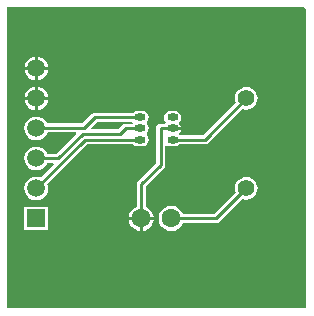
<source format=gtl>
G04*
G04 #@! TF.GenerationSoftware,Altium Limited,Altium Designer,18.1.7 (191)*
G04*
G04 Layer_Physical_Order=1*
G04 Layer_Color=255*
%FSLAX25Y25*%
%MOIN*%
G70*
G01*
G75*
%ADD13C,0.01000*%
%ADD14O,0.03740X0.02362*%
%ADD20C,0.06299*%
%ADD21C,0.05512*%
%ADD22R,0.05906X0.05906*%
%ADD23C,0.05906*%
G36*
X200000Y199606D02*
Y100000D01*
X100394D01*
Y200394D01*
X199213D01*
X200000Y199606D01*
D02*
G37*
%LPC*%
G36*
X110500Y183921D02*
Y180500D01*
X113921D01*
X113851Y181032D01*
X113453Y181993D01*
X112819Y182819D01*
X111993Y183453D01*
X111032Y183851D01*
X110500Y183921D01*
D02*
G37*
G36*
X109500D02*
X108968Y183851D01*
X108007Y183453D01*
X107181Y182819D01*
X106547Y181993D01*
X106149Y181032D01*
X106079Y180500D01*
X109500D01*
Y183921D01*
D02*
G37*
G36*
X113921Y179500D02*
X110500D01*
Y176079D01*
X111032Y176149D01*
X111993Y176547D01*
X112819Y177181D01*
X113453Y178007D01*
X113851Y178968D01*
X113921Y179500D01*
D02*
G37*
G36*
X109500D02*
X106079D01*
X106149Y178968D01*
X106547Y178007D01*
X107181Y177181D01*
X108007Y176547D01*
X108968Y176149D01*
X109500Y176079D01*
Y179500D01*
D02*
G37*
G36*
X110500Y173921D02*
Y170500D01*
X113921D01*
X113851Y171032D01*
X113453Y171993D01*
X112819Y172819D01*
X111993Y173453D01*
X111032Y173851D01*
X110500Y173921D01*
D02*
G37*
G36*
X109500D02*
X108968Y173851D01*
X108007Y173453D01*
X107181Y172819D01*
X106547Y171993D01*
X106149Y171032D01*
X106079Y170500D01*
X109500D01*
Y173921D01*
D02*
G37*
G36*
X180000Y173788D02*
X179019Y173659D01*
X178106Y173281D01*
X177321Y172679D01*
X176719Y171894D01*
X176341Y170981D01*
X176212Y170000D01*
X176341Y169019D01*
X176492Y168655D01*
X165626Y157789D01*
X157704D01*
X157678Y157828D01*
X157604Y157945D01*
Y158315D01*
X157678Y158432D01*
X158157Y159149D01*
X158227Y159500D01*
X155413D01*
Y160500D01*
X158227D01*
X158157Y160851D01*
X157675Y161573D01*
X157604Y161620D01*
Y162120D01*
X157675Y162168D01*
X158157Y162889D01*
X158326Y163740D01*
X158157Y164591D01*
X157675Y165313D01*
X156953Y165795D01*
X156102Y165964D01*
X154724D01*
X153873Y165795D01*
X153152Y165313D01*
X152670Y164591D01*
X152501Y163740D01*
X152670Y162889D01*
X153152Y162168D01*
X152953Y161703D01*
X152788Y161529D01*
X151417D01*
X150832Y161413D01*
X150336Y161081D01*
X150004Y160585D01*
X149888Y160000D01*
Y148507D01*
X143919Y142538D01*
X143587Y142042D01*
X143471Y141457D01*
Y133858D01*
X142907Y133625D01*
X142041Y132959D01*
X141375Y132093D01*
X140957Y131083D01*
X140880Y130500D01*
X145000D01*
X149120D01*
X149043Y131083D01*
X148625Y132093D01*
X147959Y132959D01*
X147093Y133625D01*
X146529Y133858D01*
Y140823D01*
X152499Y146793D01*
X152830Y147289D01*
X152947Y147874D01*
Y154223D01*
X153447Y154490D01*
X153873Y154205D01*
X154724Y154036D01*
X156102D01*
X156953Y154205D01*
X157675Y154687D01*
X157704Y154730D01*
X166260D01*
X166845Y154847D01*
X167341Y155178D01*
X178655Y166492D01*
X179019Y166341D01*
X180000Y166212D01*
X180981Y166341D01*
X181894Y166719D01*
X182679Y167321D01*
X183281Y168106D01*
X183659Y169019D01*
X183788Y170000D01*
X183659Y170981D01*
X183281Y171894D01*
X182679Y172679D01*
X181894Y173281D01*
X180981Y173659D01*
X180000Y173788D01*
D02*
G37*
G36*
X113921Y169500D02*
X110500D01*
Y166079D01*
X111032Y166149D01*
X111993Y166547D01*
X112819Y167181D01*
X113453Y168007D01*
X113851Y168968D01*
X113921Y169500D01*
D02*
G37*
G36*
X109500D02*
X106079D01*
X106149Y168968D01*
X106547Y168007D01*
X107181Y167181D01*
X108007Y166547D01*
X108968Y166149D01*
X109500Y166079D01*
Y169500D01*
D02*
G37*
G36*
X145276Y165964D02*
X143898D01*
X143047Y165795D01*
X142325Y165313D01*
X142296Y165269D01*
X129488D01*
X128903Y165153D01*
X128407Y164822D01*
X125374Y161789D01*
X113537D01*
X113453Y161993D01*
X112819Y162819D01*
X111993Y163453D01*
X111032Y163851D01*
X110000Y163987D01*
X108968Y163851D01*
X108007Y163453D01*
X107181Y162819D01*
X106547Y161993D01*
X106149Y161032D01*
X106013Y160000D01*
X106149Y158968D01*
X106547Y158007D01*
X107181Y157181D01*
X108007Y156547D01*
X108968Y156149D01*
X110000Y156013D01*
X111032Y156149D01*
X111993Y156547D01*
X112819Y157181D01*
X113453Y158007D01*
X113753Y158730D01*
X123086D01*
X123277Y158268D01*
X116538Y151529D01*
X113645D01*
X113453Y151993D01*
X112819Y152819D01*
X111993Y153453D01*
X111032Y153851D01*
X110000Y153987D01*
X108968Y153851D01*
X108007Y153453D01*
X107181Y152819D01*
X106547Y151993D01*
X106149Y151032D01*
X106013Y150000D01*
X106149Y148968D01*
X106547Y148007D01*
X107181Y147181D01*
X108007Y146547D01*
X108968Y146149D01*
X110000Y146013D01*
X111032Y146149D01*
X111993Y146547D01*
X112819Y147181D01*
X113453Y148007D01*
X113645Y148471D01*
X115654D01*
X115846Y148009D01*
X111496Y143659D01*
X111032Y143851D01*
X110000Y143987D01*
X108968Y143851D01*
X108007Y143453D01*
X107181Y142819D01*
X106547Y141993D01*
X106149Y141032D01*
X106013Y140000D01*
X106149Y138968D01*
X106547Y138007D01*
X107181Y137181D01*
X108007Y136547D01*
X108968Y136149D01*
X110000Y136013D01*
X111032Y136149D01*
X111993Y136547D01*
X112819Y137181D01*
X113453Y138007D01*
X113851Y138968D01*
X113987Y140000D01*
X113851Y141032D01*
X113659Y141496D01*
X126893Y154730D01*
X142296D01*
X142325Y154687D01*
X143047Y154205D01*
X143898Y154036D01*
X145276D01*
X146127Y154205D01*
X146848Y154687D01*
X147330Y155409D01*
X147499Y156260D01*
X147330Y157111D01*
X146851Y157828D01*
X146777Y157945D01*
Y158315D01*
X146851Y158432D01*
X147330Y159149D01*
X147499Y160000D01*
X147330Y160851D01*
X146848Y161573D01*
X146777Y161620D01*
Y162120D01*
X146848Y162168D01*
X147330Y162889D01*
X147499Y163740D01*
X147330Y164591D01*
X146848Y165313D01*
X146127Y165795D01*
X145276Y165964D01*
D02*
G37*
G36*
X180000Y143788D02*
X179019Y143659D01*
X178106Y143281D01*
X177321Y142679D01*
X176719Y141894D01*
X176341Y140981D01*
X176212Y140000D01*
X176341Y139020D01*
X176492Y138655D01*
X169367Y131529D01*
X158858D01*
X158625Y132093D01*
X157959Y132959D01*
X157093Y133625D01*
X156083Y134043D01*
X155000Y134185D01*
X153917Y134043D01*
X152907Y133625D01*
X152041Y132959D01*
X151375Y132093D01*
X150957Y131083D01*
X150815Y130000D01*
X150957Y128917D01*
X151375Y127907D01*
X152041Y127041D01*
X152907Y126375D01*
X153917Y125957D01*
X155000Y125815D01*
X156083Y125957D01*
X157093Y126375D01*
X157959Y127041D01*
X158625Y127907D01*
X158858Y128471D01*
X170000D01*
X170585Y128587D01*
X171081Y128919D01*
X178655Y136492D01*
X179019Y136341D01*
X180000Y136212D01*
X180981Y136341D01*
X181894Y136719D01*
X182679Y137321D01*
X183281Y138106D01*
X183659Y139020D01*
X183788Y140000D01*
X183659Y140981D01*
X183281Y141894D01*
X182679Y142679D01*
X181894Y143281D01*
X180981Y143659D01*
X180000Y143788D01*
D02*
G37*
G36*
X113953Y133953D02*
X106047D01*
Y126047D01*
X113953D01*
Y133953D01*
D02*
G37*
G36*
X149120Y129500D02*
X145500D01*
Y125880D01*
X146083Y125957D01*
X147093Y126375D01*
X147959Y127041D01*
X148625Y127907D01*
X149043Y128917D01*
X149120Y129500D01*
D02*
G37*
G36*
X144500D02*
X140880D01*
X140957Y128917D01*
X141375Y127907D01*
X142041Y127041D01*
X142907Y126375D01*
X143917Y125957D01*
X144500Y125880D01*
Y129500D01*
D02*
G37*
%LPD*%
G36*
X142133Y161711D02*
X141961Y161529D01*
X139764D01*
X139179Y161413D01*
X138682Y161081D01*
X137390Y159789D01*
X128353D01*
X128162Y160251D01*
X130122Y162211D01*
X141918D01*
X142133Y161711D01*
D02*
G37*
D13*
X129488Y163740D02*
X144587D01*
X126008Y160260D02*
X129488Y163740D01*
X110260Y160260D02*
X126008D01*
X110000Y160000D02*
X110260Y160260D01*
X139764Y160000D02*
X144587D01*
X138024Y158260D02*
X139764Y160000D01*
X125431Y158260D02*
X138024D01*
X117172Y150000D02*
X125431Y158260D01*
X110000Y150000D02*
X117172D01*
X126260Y156260D02*
X144587D01*
X110000Y140000D02*
X126260Y156260D01*
X145000Y130000D02*
Y141457D01*
X151417Y147874D01*
Y160000D01*
X155413D01*
X155000Y130000D02*
X170000D01*
X180000Y140000D01*
X155413Y156260D02*
X166260D01*
X180000Y170000D01*
D14*
X155413Y156260D02*
D03*
Y160000D02*
D03*
Y163740D02*
D03*
X144587Y156260D02*
D03*
Y160000D02*
D03*
Y163740D02*
D03*
D20*
X155000Y130000D02*
D03*
X145000D02*
D03*
D21*
X180000Y170000D02*
D03*
Y140000D02*
D03*
D22*
X110000Y130000D02*
D03*
D23*
Y140000D02*
D03*
Y150000D02*
D03*
Y160000D02*
D03*
Y170000D02*
D03*
Y180000D02*
D03*
M02*

</source>
